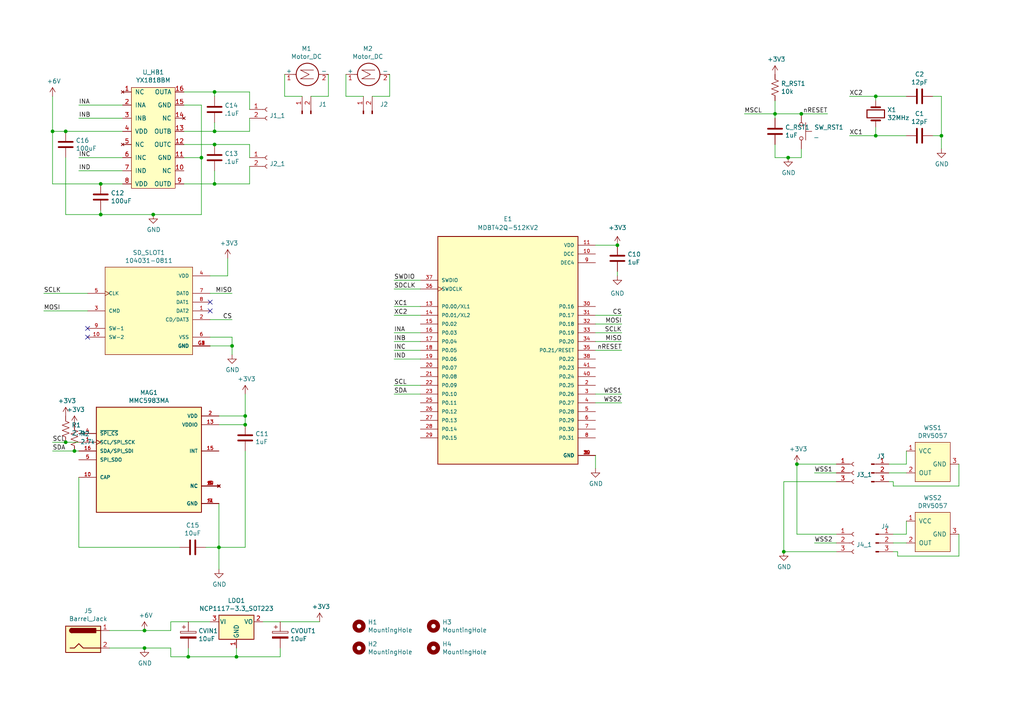
<source format=kicad_sch>
(kicad_sch (version 20211123) (generator eeschema)
  (paper "A4")
  (lib_symbols
    (symbol "104031-0811:104031-0811" (pin_names (offset 1.016))
      (property "Reference" "J" (at -12.7 13.462 0))
      (property "Value" "104031-0811" (at -12.7 -15.24 0))
      (symbol "104031-0811_0_0"
        (rectangle (start -12.7 -12.7) (end 12.7 12.7) (stroke (width 0.1524)) (fill (type background)))
        (pin bidirectional line (at 17.78 0 180) (length 5.08) (name "DAT2") (number "1"))
        (pin passive line (at -17.78 -7.62 0) (length 5.08) (name "SW-2") (number "10"))
        (pin bidirectional line (at 17.78 -2.54 180) (length 5.08) (name "CD/DAT3") (number "2"))
        (pin bidirectional line (at -17.78 0 0) (length 5.08) (name "CMD") (number "3"))
        (pin power_in line (at 17.78 10.16 180) (length 5.08) (name "VDD") (number "4"))
        (pin input clock (at -17.78 5.08 0) (length 5.08) (name "CLK") (number "5"))
        (pin power_in line (at 17.78 -7.62 180) (length 5.08) (name "VSS") (number "6"))
        (pin bidirectional line (at 17.78 5.08 180) (length 5.08) (name "DAT0") (number "7"))
        (pin bidirectional line (at 17.78 2.54 180) (length 5.08) (name "DAT1") (number "8"))
        (pin passive line (at -17.78 -5.08 0) (length 5.08) (name "SW-1") (number "9"))
        (pin power_in line (at 17.78 -10.16 180) (length 5.08) (name "GND") (number "G1"))
        (pin power_in line (at 17.78 -10.16 180) (length 5.08) (name "GND") (number "G2"))
        (pin power_in line (at 17.78 -10.16 180) (length 5.08) (name "GND") (number "G3"))
        (pin power_in line (at 17.78 -10.16 180) (length 5.08) (name "GND") (number "G4"))
      )
    )
    (symbol "Connector:Barrel_Jack" (pin_names (offset 1.016))
      (property "Reference" "J" (at 0 5.334 0))
      (property "Value" "Barrel_Jack" (at 0 -5.08 0))
      (symbol "Barrel_Jack_0_1"
        (rectangle (start -5.08 3.81) (end 5.08 -3.81) (stroke (width 0.254)) (fill (type background)))
        (arc (start -3.302 3.175) (mid -3.937 2.54) (end -3.302 1.905) (stroke (width 0.254)))
        (arc (start -3.302 3.175) (mid -3.937 2.54) (end -3.302 1.905) (stroke (width 0.254)) (fill (type outline)))
        (polyline (pts (xy 5.08 2.54) (xy 3.81 2.54)) (stroke (width 0.254)))
        (polyline (pts (xy -3.81 -2.54) (xy -2.54 -2.54) (xy -1.27 -1.27) (xy 0 -2.54) (xy 2.54 -2.54) (xy 5.08 -2.54)) (stroke (width 0.254)))
        (rectangle (start 3.683 3.175) (end -3.302 1.905) (stroke (width 0.254)) (fill (type outline)))
      )
      (symbol "Barrel_Jack_1_1"
        (pin passive line (at 7.62 2.54 180) (length 2.54) (name "~") (number "1"))
        (pin passive line (at 7.62 -2.54 180) (length 2.54) (name "~") (number "2"))
      )
    )
    (symbol "Connector:Conn_01x02_Female" (pin_names (offset 1.016) hide)
      (property "Reference" "J" (at 0 2.54 0))
      (property "Value" "Conn_01x02_Female" (at 0 -5.08 0))
      (symbol "Conn_01x02_Female_1_1"
        (arc (start 0 -2.032) (mid -0.508 -2.54) (end 0 -3.048) (stroke (width 0.1524)))
        (polyline (pts (xy -1.27 -2.54) (xy -0.508 -2.54)) (stroke (width 0.1524)))
        (polyline (pts (xy -1.27 0) (xy -0.508 0)) (stroke (width 0.1524)))
        (arc (start 0 0.508) (mid -0.508 0) (end 0 -0.508) (stroke (width 0.1524)))
        (pin passive line (at -5.08 0 0) (length 3.81) (name "Pin_1") (number "1"))
        (pin passive line (at -5.08 -2.54 0) (length 3.81) (name "Pin_2") (number "2"))
      )
    )
    (symbol "Connector:Conn_01x02_Male" (pin_names (offset 1.016) hide)
      (property "Reference" "J" (at 0 2.54 0))
      (property "Value" "Conn_01x02_Male" (at 0 -5.08 0))
      (symbol "Conn_01x02_Male_1_1"
        (polyline (pts (xy 1.27 -2.54) (xy 0.8636 -2.54)) (stroke (width 0.1524)))
        (polyline (pts (xy 1.27 0) (xy 0.8636 0)) (stroke (width 0.1524)))
        (rectangle (start 0.8636 -2.413) (end 0 -2.667) (stroke (width 0.1524)) (fill (type outline)))
        (rectangle (start 0.8636 0.127) (end 0 -0.127) (stroke (width 0.1524)) (fill (type outline)))
        (pin passive line (at 5.08 0 180) (length 3.81) (name "Pin_1") (number "1"))
        (pin passive line (at 5.08 -2.54 180) (length 3.81) (name "Pin_2") (number "2"))
      )
    )
    (symbol "Connector:Conn_01x03_Female" (pin_names (offset 1.016) hide)
      (property "Reference" "J" (at 0 5.08 0))
      (property "Value" "Conn_01x03_Female" (at 0 -5.08 0))
      (symbol "Conn_01x03_Female_1_1"
        (arc (start 0 -2.032) (mid -0.508 -2.54) (end 0 -3.048) (stroke (width 0.1524)))
        (polyline (pts (xy -1.27 -2.54) (xy -0.508 -2.54)) (stroke (width 0.1524)))
        (polyline (pts (xy -1.27 0) (xy -0.508 0)) (stroke (width 0.1524)))
        (polyline (pts (xy -1.27 2.54) (xy -0.508 2.54)) (stroke (width 0.1524)))
        (arc (start 0 0.508) (mid -0.508 0) (end 0 -0.508) (stroke (width 0.1524)))
        (arc (start 0 3.048) (mid -0.508 2.54) (end 0 2.032) (stroke (width 0.1524)))
        (pin passive line (at -5.08 2.54 0) (length 3.81) (name "Pin_1") (number "1"))
        (pin passive line (at -5.08 0 0) (length 3.81) (name "Pin_2") (number "2"))
        (pin passive line (at -5.08 -2.54 0) (length 3.81) (name "Pin_3") (number "3"))
      )
    )
    (symbol "Connector:Conn_01x03_Male" (pin_names (offset 1.016) hide)
      (property "Reference" "J" (at 0 5.08 0))
      (property "Value" "Conn_01x03_Male" (at 0 -5.08 0))
      (symbol "Conn_01x03_Male_1_1"
        (polyline (pts (xy 1.27 -2.54) (xy 0.8636 -2.54)) (stroke (width 0.1524)))
        (polyline (pts (xy 1.27 0) (xy 0.8636 0)) (stroke (width 0.1524)))
        (polyline (pts (xy 1.27 2.54) (xy 0.8636 2.54)) (stroke (width 0.1524)))
        (rectangle (start 0.8636 -2.413) (end 0 -2.667) (stroke (width 0.1524)) (fill (type outline)))
        (rectangle (start 0.8636 0.127) (end 0 -0.127) (stroke (width 0.1524)) (fill (type outline)))
        (rectangle (start 0.8636 2.667) (end 0 2.413) (stroke (width 0.1524)) (fill (type outline)))
        (pin passive line (at 5.08 2.54 180) (length 3.81) (name "Pin_1") (number "1"))
        (pin passive line (at 5.08 0 180) (length 3.81) (name "Pin_2") (number "2"))
        (pin passive line (at 5.08 -2.54 180) (length 3.81) (name "Pin_3") (number "3"))
      )
    )
    (symbol "Device:C" (pin_numbers hide) (pin_names (offset 0.254))
      (property "Reference" "C" (at 0.635 2.54 0))
      (property "Value" "C" (at 0.635 -2.54 0))
      (symbol "C_0_1"
        (polyline (pts (xy -2.032 -0.762) (xy 2.032 -0.762)) (stroke (width 0.508)))
        (polyline (pts (xy -2.032 0.762) (xy 2.032 0.762)) (stroke (width 0.508)))
      )
      (symbol "C_1_1"
        (pin passive line (at 0 3.81 270) (length 2.794) (name "~") (number "1"))
        (pin passive line (at 0 -3.81 90) (length 2.794) (name "~") (number "2"))
      )
    )
    (symbol "Device:C_Polarized" (pin_numbers hide) (pin_names (offset 0.254))
      (property "Reference" "C" (at 0.635 2.54 0))
      (property "Value" "C_Polarized" (at 0.635 -2.54 0))
      (symbol "C_Polarized_0_1"
        (rectangle (start -2.286 0.508) (end 2.286 1.016))
        (polyline (pts (xy -1.778 2.286) (xy -0.762 2.286)))
        (polyline (pts (xy -1.27 2.794) (xy -1.27 1.778)))
        (rectangle (start 2.286 -0.508) (end -2.286 -1.016) (fill (type outline)))
      )
      (symbol "C_Polarized_1_1"
        (pin passive line (at 0 3.81 270) (length 2.794) (name "~") (number "1"))
        (pin passive line (at 0 -3.81 90) (length 2.794) (name "~") (number "2"))
      )
    )
    (symbol "Device:Crystal" (pin_numbers hide) (pin_names (offset 1.016) hide)
      (property "Reference" "Y" (at 0 3.81 0))
      (property "Value" "Crystal" (at 0 -3.81 0))
      (symbol "Crystal_0_1"
        (rectangle (start -1.143 2.54) (end 1.143 -2.54) (stroke (width 0.3048)))
        (polyline (pts (xy -2.54 0) (xy -1.905 0)))
        (polyline (pts (xy -1.905 -1.27) (xy -1.905 1.27)) (stroke (width 0.508)))
        (polyline (pts (xy 1.905 -1.27) (xy 1.905 1.27)) (stroke (width 0.508)))
        (polyline (pts (xy 2.54 0) (xy 1.905 0)))
      )
      (symbol "Crystal_1_1"
        (pin passive line (at -3.81 0 0) (length 1.27) (name "1") (number "1"))
        (pin passive line (at 3.81 0 180) (length 1.27) (name "2") (number "2"))
      )
    )
    (symbol "Device:R_US" (pin_numbers hide) (pin_names (offset 0))
      (property "Reference" "R" (at 2.54 0 90))
      (property "Value" "R_US" (at -2.54 0 90))
      (symbol "R_US_0_1"
        (polyline (pts (xy 0 -2.286) (xy 0 -2.54)))
        (polyline (pts (xy 0 2.286) (xy 0 2.54)))
        (polyline (pts (xy 0 -0.762) (xy 1.016 -1.143) (xy 0 -1.524) (xy -1.016 -1.905) (xy 0 -2.286)))
        (polyline (pts (xy 0 0.762) (xy 1.016 0.381) (xy 0 0) (xy -1.016 -0.381) (xy 0 -0.762)))
        (polyline (pts (xy 0 2.286) (xy 1.016 1.905) (xy 0 1.524) (xy -1.016 1.143) (xy 0 0.762)))
      )
      (symbol "R_US_1_1"
        (pin passive line (at 0 3.81 270) (length 1.27) (name "~") (number "1"))
        (pin passive line (at 0 -3.81 90) (length 1.27) (name "~") (number "2"))
      )
    )
    (symbol "HallEffect:DRV5057" (pin_names (offset 1.016))
      (property "Reference" "U" (at 0 5.08 0))
      (property "Value" "DRV5057" (at 0 7.62 0))
      (symbol "DRV5057_0_1"
        (rectangle (start -5.08 3.81) (end 5.08 -7.62) (fill (type background)))
      )
      (symbol "DRV5057_1_1"
        (pin power_in line (at -7.62 1.27 0) (length 2.54) (name "VCC") (number "1"))
        (pin output line (at -7.62 -5.08 0) (length 2.54) (name "OUT") (number "2"))
        (pin unspecified line (at 7.62 -2.54 180) (length 2.54) (name "GND") (number "3"))
      )
    )
    (symbol "HallEffect:YX1818BM" (pin_names (offset 1.016))
      (property "Reference" "U" (at 0 0 0))
      (property "Value" "YX1818BM" (at 0 2.54 0))
      (symbol "YX1818BM_0_1"
        (rectangle (start 6.35 -1.27) (end -6.35 -30.48) (fill (type background)))
      )
      (symbol "YX1818BM_1_1"
        (pin no_connect line (at -8.89 -2.54 0) (length 2.54) (name "NC") (number "1"))
        (pin unspecified line (at 8.89 -25.4 180) (length 2.54) (name "NC") (number "10"))
        (pin unspecified line (at 8.89 -21.59 180) (length 2.54) (name "GND") (number "11"))
        (pin unspecified line (at 8.89 -17.78 180) (length 2.54) (name "OUTC") (number "12"))
        (pin unspecified line (at 8.89 -13.97 180) (length 2.54) (name "OUTB") (number "13"))
        (pin no_connect line (at 8.89 -10.16 180) (length 2.54) (name "NC") (number "14"))
        (pin unspecified line (at 8.89 -6.35 180) (length 2.54) (name "GND") (number "15"))
        (pin unspecified line (at 8.89 -2.54 180) (length 2.54) (name "OUTA") (number "16"))
        (pin unspecified line (at -8.89 -6.35 0) (length 2.54) (name "INA") (number "2"))
        (pin unspecified line (at -8.89 -10.16 0) (length 2.54) (name "INB") (number "3"))
        (pin power_in line (at -8.89 -13.97 0) (length 2.54) (name "VDD") (number "4"))
        (pin no_connect line (at -8.89 -17.78 0) (length 2.54) (name "NC") (number "5"))
        (pin unspecified line (at -8.89 -21.59 0) (length 2.54) (name "INC") (number "6"))
        (pin unspecified line (at -8.89 -25.4 0) (length 2.54) (name "IND") (number "7"))
        (pin power_in line (at -8.89 -29.21 0) (length 2.54) (name "VDD") (number "8"))
        (pin unspecified line (at 8.89 -29.21 180) (length 2.54) (name "OUTD") (number "9"))
      )
    )
    (symbol "MDBT42Q-512KV2:MDBT42Q-512KV2" (pin_names (offset 1.016))
      (property "Reference" "E" (at -20.32 34.29 0))
      (property "Value" "MDBT42Q-512KV2" (at -20.32 -35.56 0))
      (symbol "MDBT42Q-512KV2_0_0"
        (rectangle (start -20.32 -33.02) (end 20.32 33.02) (stroke (width 0.254)) (fill (type background)))
        (pin power_in line (at 25.4 -30.48 180) (length 5.08) (name "GND") (number "1"))
        (pin power_in line (at 25.4 27.94 180) (length 5.08) (name "DCC") (number "10"))
        (pin power_in line (at 25.4 30.48 180) (length 5.08) (name "VDD") (number "11"))
        (pin power_in line (at 25.4 -30.48 180) (length 5.08) (name "GND") (number "12"))
        (pin bidirectional line (at -25.4 12.7 0) (length 5.08) (name "P0.00/XL1") (number "13"))
        (pin bidirectional line (at -25.4 10.16 0) (length 5.08) (name "P0.01/XL2") (number "14"))
        (pin bidirectional line (at -25.4 7.62 0) (length 5.08) (name "P0.02") (number "15"))
        (pin bidirectional line (at -25.4 5.08 0) (length 5.08) (name "P0.03") (number "16"))
        (pin bidirectional line (at -25.4 2.54 0) (length 5.08) (name "P0.04") (number "17"))
        (pin bidirectional line (at -25.4 0 0) (length 5.08) (name "P0.05") (number "18"))
        (pin bidirectional line (at -25.4 -2.54 0) (length 5.08) (name "P0.06") (number "19"))
        (pin bidirectional line (at 25.4 -10.16 180) (length 5.08) (name "P0.25") (number "2"))
        (pin bidirectional line (at -25.4 -5.08 0) (length 5.08) (name "P0.07") (number "20"))
        (pin bidirectional line (at -25.4 -7.62 0) (length 5.08) (name "P0.08") (number "21"))
        (pin bidirectional line (at -25.4 -10.16 0) (length 5.08) (name "P0.09") (number "22"))
        (pin bidirectional line (at -25.4 -12.7 0) (length 5.08) (name "P0.10") (number "23"))
        (pin power_in line (at 25.4 -30.48 180) (length 5.08) (name "GND") (number "24"))
        (pin bidirectional line (at -25.4 -15.24 0) (length 5.08) (name "P0.11") (number "25"))
        (pin bidirectional line (at -25.4 -17.78 0) (length 5.08) (name "P0.12") (number "26"))
        (pin bidirectional line (at -25.4 -20.32 0) (length 5.08) (name "P0.13") (number "27"))
        (pin bidirectional line (at -25.4 -22.86 0) (length 5.08) (name "P0.14") (number "28"))
        (pin bidirectional line (at -25.4 -25.4 0) (length 5.08) (name "P0.15") (number "29"))
        (pin bidirectional line (at 25.4 -12.7 180) (length 5.08) (name "P0.26") (number "3"))
        (pin bidirectional line (at 25.4 12.7 180) (length 5.08) (name "P0.16") (number "30"))
        (pin bidirectional line (at 25.4 10.16 180) (length 5.08) (name "P0.17") (number "31"))
        (pin bidirectional line (at 25.4 7.62 180) (length 5.08) (name "P0.18") (number "32"))
        (pin bidirectional line (at 25.4 5.08 180) (length 5.08) (name "P0.19") (number "33"))
        (pin bidirectional line (at 25.4 2.54 180) (length 5.08) (name "P0.20") (number "34"))
        (pin bidirectional line (at 25.4 0 180) (length 5.08) (name "P0.21/RESET") (number "35"))
        (pin input clock (at -25.4 17.78 0) (length 5.08) (name "SWDCLK") (number "36"))
        (pin bidirectional line (at -25.4 20.32 0) (length 5.08) (name "SWDIO") (number "37"))
        (pin bidirectional line (at 25.4 -2.54 180) (length 5.08) (name "P0.22") (number "38"))
        (pin power_in line (at 25.4 -30.48 180) (length 5.08) (name "GND") (number "39"))
        (pin bidirectional line (at 25.4 -15.24 180) (length 5.08) (name "P0.27") (number "4"))
        (pin bidirectional line (at 25.4 -7.62 180) (length 5.08) (name "P0.24") (number "40"))
        (pin bidirectional line (at 25.4 -5.08 180) (length 5.08) (name "P0.23") (number "41"))
        (pin bidirectional line (at 25.4 -17.78 180) (length 5.08) (name "P0.28") (number "5"))
        (pin bidirectional line (at 25.4 -20.32 180) (length 5.08) (name "P0.29") (number "6"))
        (pin bidirectional line (at 25.4 -22.86 180) (length 5.08) (name "P0.30") (number "7"))
        (pin bidirectional line (at 25.4 -25.4 180) (length 5.08) (name "P0.31") (number "8"))
        (pin power_in line (at 25.4 25.4 180) (length 5.08) (name "DEC4") (number "9"))
      )
    )
    (symbol "MMC5983MA:MMC5983MA" (pin_names (offset 1.016))
      (property "Reference" "U" (at -15.24 15.24 0))
      (property "Value" "MMC5983MA" (at -15.24 -17.78 0))
      (symbol "MMC5983MA_0_0"
        (rectangle (start -15.24 -15.24) (end 15.24 15.24) (stroke (width 0.254)) (fill (type background)))
        (pin input clock (at -20.32 5.08 0) (length 5.08) (name "SCL/SPI_SCK") (number "1"))
        (pin passive line (at -20.32 -5.08 0) (length 5.08) (name "CAP") (number "10"))
        (pin power_in line (at 20.32 -12.7 180) (length 5.08) (name "GND") (number "11"))
        (pin no_connect line (at 20.32 -7.62 180) (length 5.08) (name "NC") (number "12"))
        (pin power_in line (at 20.32 10.16 180) (length 5.08) (name "VDDIO") (number "13"))
        (pin no_connect line (at 20.32 -7.62 180) (length 5.08) (name "NC") (number "14"))
        (pin output line (at 20.32 2.54 180) (length 5.08) (name "INT") (number "15"))
        (pin bidirectional line (at -20.32 2.54 0) (length 5.08) (name "SDA/SPI_SDI") (number "16"))
        (pin power_in line (at 20.32 12.7 180) (length 5.08) (name "VDD") (number "2"))
        (pin no_connect line (at 20.32 -7.62 180) (length 5.08) (name "NC") (number "3"))
        (pin input line (at -20.32 7.62 0) (length 5.08) (name "~{SPI_CS}") (number "4"))
        (pin output line (at -20.32 0 0) (length 5.08) (name "SPI_SDO") (number "5"))
        (pin no_connect line (at 20.32 -7.62 180) (length 5.08) (name "NC") (number "6"))
        (pin no_connect line (at 20.32 -7.62 180) (length 5.08) (name "NC") (number "7"))
        (pin no_connect line (at 20.32 -7.62 180) (length 5.08) (name "NC") (number "8"))
        (pin power_in line (at 20.32 -12.7 180) (length 5.08) (name "GND") (number "9"))
      )
    )
    (symbol "Mechanical:MountingHole" (pin_names (offset 1.016))
      (property "Reference" "H" (at 0 5.08 0))
      (property "Value" "MountingHole" (at 0 3.175 0))
      (symbol "MountingHole_0_1"
        (circle (center 0 0) (radius 1.27) (stroke (width 1.27)))
      )
    )
    (symbol "Motor:Motor_DC" (pin_names (offset 0))
      (property "Reference" "M" (at 2.54 2.54 0))
      (property "Value" "Motor_DC" (at 2.54 -5.08 0))
      (symbol "Motor_DC_0_0"
        (polyline (pts (xy -1.27 -3.302) (xy -1.27 0.508) (xy 0 -2.032) (xy 1.27 0.508) (xy 1.27 -3.302)))
      )
      (symbol "Motor_DC_0_1"
        (circle (center 0 -1.524) (radius 3.2512) (stroke (width 0.254)))
        (polyline (pts (xy 0 -7.62) (xy 0 -7.112)))
        (polyline (pts (xy 0 -4.7752) (xy 0 -5.1816)))
        (polyline (pts (xy 0 1.7272) (xy 0 2.0828)))
        (polyline (pts (xy 0 2.032) (xy 0 2.54)))
      )
      (symbol "Motor_DC_1_1"
        (pin passive line (at 0 5.08 270) (length 2.54) (name "+") (number "1"))
        (pin passive line (at 0 -7.62 90) (length 2.54) (name "-") (number "2"))
      )
    )
    (symbol "Regulator_Linear:NCP1117-3.3_SOT223" (pin_names (offset 0.254))
      (property "Reference" "U" (at -3.81 3.175 0))
      (property "Value" "NCP1117-3.3_SOT223" (at 0 3.175 0))
      (symbol "NCP1117-3.3_SOT223_0_1"
        (rectangle (start -5.08 -5.08) (end 5.08 1.905) (stroke (width 0.254)) (fill (type background)))
      )
      (symbol "NCP1117-3.3_SOT223_1_1"
        (pin power_in line (at 0 -7.62 90) (length 2.54) (name "GND") (number "1"))
        (pin power_out line (at 7.62 0 180) (length 2.54) (name "VO") (number "2"))
        (pin power_in line (at -7.62 0 0) (length 2.54) (name "VI") (number "3"))
      )
    )
    (symbol "RepeatRover-rescue:+3.3V-power" (power) (pin_names (offset 0))
      (property "Value" "+3.3V-power" (at 0 3.556 0))
      (symbol "+3.3V-power_0_1"
        (polyline (pts (xy -0.762 1.27) (xy 0 2.54)))
        (polyline (pts (xy 0 0) (xy 0 2.54)))
        (polyline (pts (xy 0 2.54) (xy 0.762 1.27)))
      )
      (symbol "+3.3V-power_1_1"
        (pin power_in line (at 0 0 90) (length 0) hide (name "+3V3") (number "1"))
      )
    )
    (symbol "Switch:SW_Push" (pin_numbers hide) (pin_names (offset 1.016) hide)
      (property "Reference" "SW" (at 1.27 2.54 0))
      (property "Value" "SW_Push" (at 0 -1.524 0))
      (symbol "SW_Push_0_1"
        (circle (center -2.032 0) (radius 0.508))
        (polyline (pts (xy 0 1.27) (xy 0 3.048)))
        (polyline (pts (xy 2.54 1.27) (xy -2.54 1.27)))
        (circle (center 2.032 0) (radius 0.508))
        (pin passive line (at -5.08 0 0) (length 2.54) (name "1") (number "1"))
        (pin passive line (at 5.08 0 180) (length 2.54) (name "2") (number "2"))
      )
    )
    (symbol "power:+3.3V" (power) (pin_names (offset 0))
      (property "Value" "+3.3V" (at 0 3.556 0))
      (symbol "+3.3V_0_1"
        (polyline (pts (xy -0.762 1.27) (xy 0 2.54)))
        (polyline (pts (xy 0 0) (xy 0 2.54)))
        (polyline (pts (xy 0 2.54) (xy 0.762 1.27)))
      )
      (symbol "+3.3V_1_1"
        (pin power_in line (at 0 0 90) (length 0) hide (name "+3V3") (number "1"))
      )
    )
    (symbol "power:+6V" (power) (pin_names (offset 0))
      (property "Value" "+6V" (at 0 3.556 0))
      (symbol "+6V_0_1"
        (polyline (pts (xy -0.762 1.27) (xy 0 2.54)))
        (polyline (pts (xy 0 0) (xy 0 2.54)))
        (polyline (pts (xy 0 2.54) (xy 0.762 1.27)))
      )
      (symbol "+6V_1_1"
        (pin power_in line (at 0 0 90) (length 0) hide (name "+6V") (number "1"))
      )
    )
    (symbol "power:GND" (power) (pin_names (offset 0))
      (property "Value" "GND" (at 0 -3.81 0))
      (symbol "GND_0_1"
        (polyline (pts (xy 0 0) (xy 0 -1.27) (xy 1.27 -1.27) (xy 0 -2.54) (xy -1.27 -1.27) (xy 0 -1.27)))
      )
      (symbol "GND_1_1"
        (pin power_in line (at 0 0 270) (length 0) hide (name "GND") (number "1"))
      )
    )
  )
  (junction (at 41.91 182.88))
  (junction (at 44.45 62.23))
  (junction (at 19.05 38.1))
  (junction (at 228.6 45.72))
  (junction (at 29.21 62.23))
  (junction (at 62.23 26.67))
  (junction (at 227.33 160.02))
  (junction (at 68.58 190.5))
  (junction (at 67.31 100.33))
  (junction (at 254 39.37))
  (junction (at 224.79 33.02))
  (junction (at 63.5 158.75))
  (junction (at 54.61 190.5))
  (junction (at 231.14 134.62))
  (junction (at 19.05 128.27))
  (junction (at 29.21 53.34))
  (junction (at 21.59 130.81))
  (junction (at 62.23 53.34))
  (junction (at 62.23 41.91))
  (junction (at 41.91 187.96))
  (junction (at 71.12 123.19))
  (junction (at 254 27.94))
  (junction (at 273.05 39.37))
  (junction (at 15.24 38.1))
  (junction (at 232.41 33.02))
  (junction (at 58.42 45.72))
  (junction (at 179.07 71.12))
  (junction (at 71.12 120.65))
  (junction (at 62.23 38.1))
  (no_connect (at 25.4 97.79))
  (no_connect (at 25.4 95.25))
  (no_connect (at 60.96 87.63))
  (no_connect (at 60.96 90.17))
  (wire (pts (xy 82.55 21.59) (xy 82.55 27.94)))
  (wire (pts (xy 19.05 128.27) (xy 15.24 128.27)))
  (wire (pts (xy 31.75 187.96) (xy 41.91 187.96)))
  (wire (pts (xy 22.86 128.27) (xy 19.05 128.27)))
  (wire (pts (xy 62.23 41.91) (xy 72.39 41.91)))
  (wire (pts (xy 54.61 190.5) (xy 68.58 190.5)))
  (wire (pts (xy 180.34 96.52) (xy 172.72 96.52)))
  (wire (pts (xy 270.51 27.94) (xy 273.05 27.94)))
  (wire (pts (xy 49.53 187.96) (xy 41.91 187.96)))
  (wire (pts (xy 82.55 27.94) (xy 87.63 27.94)))
  (wire (pts (xy 63.5 123.19) (xy 71.12 123.19)))
  (wire (pts (xy 71.12 120.65) (xy 71.12 114.3)))
  (wire (pts (xy 15.24 53.34) (xy 15.24 38.1)))
  (wire (pts (xy 172.72 101.6) (xy 180.34 101.6)))
  (wire (pts (xy 273.05 27.94) (xy 273.05 39.37)))
  (wire (pts (xy 81.28 190.5) (xy 81.28 187.96)))
  (wire (pts (xy 49.53 187.96) (xy 49.53 190.5)))
  (wire (pts (xy 259.08 157.48) (xy 262.89 157.48)))
  (wire (pts (xy 259.08 139.7) (xy 257.81 139.7)))
  (wire (pts (xy 62.23 35.56) (xy 62.23 38.1)))
  (wire (pts (xy 63.5 120.65) (xy 71.12 120.65)))
  (wire (pts (xy 21.59 130.81) (xy 15.24 130.81)))
  (wire (pts (xy 67.31 100.33) (xy 67.31 102.87)))
  (wire (pts (xy 224.79 45.72) (xy 228.6 45.72)))
  (wire (pts (xy 76.2 180.34) (xy 92.71 180.34)))
  (wire (pts (xy 227.33 139.7) (xy 242.57 139.7)))
  (wire (pts (xy 121.92 114.3) (xy 114.3 114.3)))
  (wire (pts (xy 53.34 26.67) (xy 62.23 26.67)))
  (wire (pts (xy 62.23 26.67) (xy 72.39 26.67)))
  (wire (pts (xy 54.61 187.96) (xy 54.61 190.5)))
  (wire (pts (xy 62.23 38.1) (xy 72.39 38.1)))
  (wire (pts (xy 72.39 34.29) (xy 72.39 38.1)))
  (wire (pts (xy 71.12 123.19) (xy 71.12 120.65)))
  (wire (pts (xy 224.79 29.21) (xy 224.79 33.02)))
  (wire (pts (xy 172.72 71.12) (xy 179.07 71.12)))
  (wire (pts (xy 254 27.94) (xy 262.89 27.94)))
  (wire (pts (xy 62.23 53.34) (xy 72.39 53.34)))
  (wire (pts (xy 121.92 101.6) (xy 114.3 101.6)))
  (wire (pts (xy 49.53 190.5) (xy 54.61 190.5)))
  (wire (pts (xy 215.9 33.02) (xy 224.79 33.02)))
  (wire (pts (xy 35.56 30.48) (xy 22.86 30.48)))
  (wire (pts (xy 35.56 49.53) (xy 22.86 49.53)))
  (wire (pts (xy 180.34 91.44) (xy 172.72 91.44)))
  (wire (pts (xy 35.56 34.29) (xy 22.86 34.29)))
  (wire (pts (xy 262.89 154.94) (xy 259.08 154.94)))
  (wire (pts (xy 262.89 151.13) (xy 262.89 154.94)))
  (wire (pts (xy 60.96 97.79) (xy 67.31 97.79)))
  (wire (pts (xy 260.35 160.02) (xy 259.08 160.02)))
  (wire (pts (xy 231.14 134.62) (xy 242.57 134.62)))
  (wire (pts (xy 273.05 39.37) (xy 273.05 43.18)))
  (wire (pts (xy 254 27.94) (xy 246.38 27.94)))
  (wire (pts (xy 72.39 53.34) (xy 72.39 48.26)))
  (wire (pts (xy 242.57 137.16) (xy 236.22 137.16)))
  (wire (pts (xy 95.25 21.59) (xy 95.25 27.94)))
  (wire (pts (xy 260.35 161.29) (xy 260.35 160.02)))
  (wire (pts (xy 180.34 99.06) (xy 172.72 99.06)))
  (wire (pts (xy 59.69 158.75) (xy 63.5 158.75)))
  (wire (pts (xy 227.33 160.02) (xy 242.57 160.02)))
  (wire (pts (xy 19.05 62.23) (xy 29.21 62.23)))
  (wire (pts (xy 72.39 26.67) (xy 72.39 31.75)))
  (wire (pts (xy 259.08 140.97) (xy 259.08 139.7)))
  (wire (pts (xy 62.23 49.53) (xy 62.23 53.34)))
  (wire (pts (xy 19.05 45.72) (xy 19.05 62.23)))
  (wire (pts (xy 232.41 33.02) (xy 240.03 33.02)))
  (wire (pts (xy 53.34 38.1) (xy 62.23 38.1)))
  (wire (pts (xy 67.31 97.79) (xy 67.31 100.33)))
  (wire (pts (xy 273.05 39.37) (xy 270.51 39.37)))
  (wire (pts (xy 100.33 27.94) (xy 105.41 27.94)))
  (wire (pts (xy 121.92 96.52) (xy 114.3 96.52)))
  (wire (pts (xy 114.3 83.82) (xy 121.92 83.82)))
  (wire (pts (xy 278.13 134.62) (xy 278.13 140.97)))
  (wire (pts (xy 278.13 140.97) (xy 259.08 140.97)))
  (wire (pts (xy 12.7 90.17) (xy 25.4 90.17)))
  (wire (pts (xy 227.33 139.7) (xy 227.33 160.02)))
  (wire (pts (xy 71.12 130.81) (xy 71.12 158.75)))
  (wire (pts (xy 53.34 30.48) (xy 58.42 30.48)))
  (wire (pts (xy 113.03 21.59) (xy 113.03 27.94)))
  (wire (pts (xy 58.42 45.72) (xy 58.42 62.23)))
  (wire (pts (xy 224.79 41.91) (xy 224.79 45.72)))
  (wire (pts (xy 58.42 30.48) (xy 58.42 45.72)))
  (wire (pts (xy 22.86 138.43) (xy 22.86 158.75)))
  (wire (pts (xy 121.92 99.06) (xy 114.3 99.06)))
  (wire (pts (xy 15.24 38.1) (xy 19.05 38.1)))
  (wire (pts (xy 63.5 146.05) (xy 63.5 158.75)))
  (wire (pts (xy 62.23 27.94) (xy 62.23 26.67)))
  (wire (pts (xy 29.21 62.23) (xy 29.21 60.96)))
  (wire (pts (xy 121.92 104.14) (xy 114.3 104.14)))
  (wire (pts (xy 224.79 34.29) (xy 224.79 33.02)))
  (wire (pts (xy 60.96 92.71) (xy 67.31 92.71)))
  (wire (pts (xy 231.14 154.94) (xy 242.57 154.94)))
  (wire (pts (xy 232.41 45.72) (xy 232.41 43.18)))
  (wire (pts (xy 254 39.37) (xy 262.89 39.37)))
  (wire (pts (xy 228.6 45.72) (xy 232.41 45.72)))
  (wire (pts (xy 15.24 38.1) (xy 15.24 27.94)))
  (wire (pts (xy 35.56 45.72) (xy 22.86 45.72)))
  (wire (pts (xy 179.07 80.01) (xy 179.07 78.74)))
  (wire (pts (xy 254 39.37) (xy 246.38 39.37)))
  (wire (pts (xy 22.86 158.75) (xy 52.07 158.75)))
  (wire (pts (xy 172.72 116.84) (xy 180.34 116.84)))
  (wire (pts (xy 262.89 134.62) (xy 257.81 134.62)))
  (wire (pts (xy 254 36.83) (xy 254 39.37)))
  (wire (pts (xy 44.45 62.23) (xy 29.21 62.23)))
  (wire (pts (xy 53.34 41.91) (xy 62.23 41.91)))
  (wire (pts (xy 41.91 182.88) (xy 49.53 182.88)))
  (wire (pts (xy 232.41 33.02) (xy 224.79 33.02)))
  (wire (pts (xy 278.13 154.94) (xy 278.13 161.29)))
  (wire (pts (xy 35.56 53.34) (xy 29.21 53.34)))
  (wire (pts (xy 100.33 21.59) (xy 100.33 27.94)))
  (wire (pts (xy 29.21 53.34) (xy 15.24 53.34)))
  (wire (pts (xy 31.75 182.88) (xy 41.91 182.88)))
  (wire (pts (xy 262.89 130.81) (xy 262.89 134.62)))
  (wire (pts (xy 121.92 91.44) (xy 114.3 91.44)))
  (wire (pts (xy 68.58 190.5) (xy 81.28 190.5)))
  (wire (pts (xy 22.86 130.81) (xy 21.59 130.81)))
  (wire (pts (xy 172.72 114.3) (xy 180.34 114.3)))
  (wire (pts (xy 242.57 157.48) (xy 236.22 157.48)))
  (wire (pts (xy 113.03 27.94) (xy 107.95 27.94)))
  (wire (pts (xy 60.96 80.01) (xy 66.04 80.01)))
  (wire (pts (xy 63.5 158.75) (xy 63.5 165.1)))
  (wire (pts (xy 66.04 80.01) (xy 66.04 74.93)))
  (wire (pts (xy 121.92 111.76) (xy 114.3 111.76)))
  (wire (pts (xy 121.92 81.28) (xy 114.3 81.28)))
  (wire (pts (xy 67.31 100.33) (xy 60.96 100.33)))
  (wire (pts (xy 19.05 38.1) (xy 35.56 38.1)))
  (wire (pts (xy 95.25 27.94) (xy 90.17 27.94)))
  (wire (pts (xy 12.7 85.09) (xy 25.4 85.09)))
  (wire (pts (xy 49.53 182.88) (xy 49.53 180.34)))
  (wire (pts (xy 68.58 187.96) (xy 68.58 190.5)))
  (wire (pts (xy 71.12 158.75) (xy 63.5 158.75)))
  (wire (pts (xy 254 29.21) (xy 254 27.94)))
  (wire (pts (xy 72.39 41.91) (xy 72.39 45.72)))
  (wire (pts (xy 262.89 137.16) (xy 257.81 137.16)))
  (wire (pts (xy 172.72 132.08) (xy 172.72 135.89)))
  (wire (pts (xy 49.53 180.34) (xy 60.96 180.34)))
  (wire (pts (xy 180.34 93.98) (xy 172.72 93.98)))
  (wire (pts (xy 278.13 161.29) (xy 260.35 161.29)))
  (wire (pts (xy 60.96 85.09) (xy 67.31 85.09)))
  (wire (pts (xy 231.14 154.94) (xy 231.14 134.62)))
  (wire (pts (xy 58.42 62.23) (xy 44.45 62.23)))
  (wire (pts (xy 121.92 88.9) (xy 114.3 88.9)))
  (wire (pts (xy 53.34 53.34) (xy 62.23 53.34)))
  (wire (pts (xy 53.34 45.72) (xy 58.42 45.72)))
  (label "MOSI" (at 180.34 93.98 180))
  (label "SDA" (at 114.3 114.3 0))
  (label "SCL" (at 114.3 111.76 0))
  (label "SWDIO" (at 114.3 81.28 0))
  (label "WSS2" (at 236.22 157.48 0))
  (label "INB" (at 114.3 99.06 0))
  (label "nRESET" (at 180.34 101.6 180))
  (label "CS" (at 180.34 91.44 180))
  (label "WSS1" (at 180.34 114.3 180))
  (label "INC" (at 114.3 101.6 0))
  (label "INA" (at 114.3 96.52 0))
  (label "XC1" (at 246.38 39.37 0))
  (label "INB" (at 22.86 34.29 0))
  (label "SCL" (at 15.24 128.27 0))
  (label "nRESET" (at 240.03 33.02 180))
  (label "SCLK" (at 12.7 85.09 0))
  (label "WSS2" (at 180.34 116.84 180))
  (label "XC2" (at 246.38 27.94 0))
  (label "IND" (at 114.3 104.14 0))
  (label "XC1" (at 114.3 88.9 0))
  (label "IND" (at 22.86 49.53 0))
  (label "SDA" (at 15.24 130.81 0))
  (label "CS" (at 67.31 92.71 180))
  (label "MISO" (at 180.34 99.06 180))
  (label "SDCLK" (at 114.3 83.82 0))
  (label "SCLK" (at 180.34 96.52 180))
  (label "MOSI" (at 12.7 90.17 0))
  (label "INC" (at 22.86 45.72 0))
  (label "XC2" (at 114.3 91.44 0))
  (label "INA" (at 22.86 30.48 0))
  (label "WSS1" (at 236.22 137.16 0))
  (label "MISO" (at 67.31 85.09 180))
  (label "MSCL" (at 215.9 33.02 0))
  (symbol (lib_id "MMC5983MA:MMC5983MA") (at 43.18 133.35 0) (unit 1)
    (property "Reference" "MAG1" (at 43.18 113.8682 0))
    (property "Value" "MMC5983MA" (at 43.18 116.1796 0))
    (property "Footprint" "MMC5983MA:PQFN50P300X300X100-16N" (effects hide))
    (property "PARTREV" "A" (effects hide))
    (property "MAXIMUM_PACKAGE_HEIGHT" "1.00 mm" (effects hide))
    (property "STANDARD" "IPC 7351B" (effects hide))
    (property "MANUFACTURER" "Memsic Inc." (effects hide))
  )
  (symbol (lib_id "104031-0811:104031-0811") (at 43.18 90.17 0) (unit 1)
    (property "Reference" "SD_SLOT1" (at 43.18 73.279 0))
    (property "Value" "104031-0811" (at 43.18 75.5904 0))
    (property "Footprint" "104031-0811:MOLEX_104031-0811" (effects hide))
    (property "MANUFACTURER" "Molex" (effects hide))
    (property "PARTREV" "B2" (effects hide))
    (property "STANDARD" "Manufacturer Recommendations" (effects hide))
    (property "MAXIMUM_PACKAGE_HEIGHT" "1.57mm" (effects hide))
  )
  (symbol (lib_id "power:GND") (at 63.5 165.1 0) (unit 1)
    (property "Reference" "#PWR0103" (effects hide))
    (property "Value" "GND" (at 63.627 169.4942 0))
  )
  (symbol (lib_id "Device:C") (at 71.12 127 180) (unit 1)
    (property "Reference" "C11" (at 74.041 125.8316 0) (effects (justify right)))
    (property "Value" "1uF" (at 74.041 128.143 0) (effects (justify right)))
    (property "Footprint" "Capacitor_SMD:C_0805_2012Metric_Pad1.18x1.45mm_HandSolder" (effects hide))
  )
  (symbol (lib_id "Device:C") (at 55.88 158.75 270) (unit 1)
    (property "Reference" "C15" (at 55.88 152.3492 90))
    (property "Value" "10uF" (at 55.88 154.6606 90))
    (property "Footprint" "Capacitor_SMD:C_0805_2012Metric_Pad1.18x1.45mm_HandSolder" (effects hide))
  )
  (symbol (lib_id "power:GND") (at 67.31 102.87 0) (unit 1)
    (property "Reference" "#PWR0104" (effects hide))
    (property "Value" "GND" (at 67.437 107.2642 0))
  )
  (symbol (lib_id "RepeatRover-rescue:+3.3V-power") (at 66.04 74.93 0) (unit 1)
    (property "Reference" "#PWR0101" (effects hide))
    (property "Value" "+3.3V" (at 66.421 70.5358 0))
  )
  (symbol (lib_id "HallEffect:DRV5057") (at 270.51 132.08 0) (unit 1)
    (property "Reference" "WSS1" (at 270.51 124.079 0))
    (property "Value" "DRV5057" (at 270.51 126.3904 0))
  )
  (symbol (lib_id "HallEffect:DRV5057") (at 270.51 152.4 0) (unit 1)
    (property "Reference" "WSS2" (at 270.51 144.399 0))
    (property "Value" "DRV5057" (at 270.51 146.7104 0))
  )
  (symbol (lib_id "HallEffect:YX1818BM") (at 44.45 24.13 0) (unit 1)
    (property "Reference" "U_HB1" (at 44.45 20.955 0))
    (property "Value" "YX1818BM" (at 44.45 23.2664 0))
    (property "Footprint" "Package_SO:SOP-16_4.55x10.3mm_P1.27mm" (effects hide))
  )
  (symbol (lib_id "Motor:Motor_DC") (at 87.63 21.59 90) (unit 1)
    (property "Reference" "M1" (at 88.9 14.097 90))
    (property "Value" "Motor_DC" (at 88.9 16.4084 90))
  )
  (symbol (lib_id "Motor:Motor_DC") (at 105.41 21.59 90) (unit 1)
    (property "Reference" "M2" (at 106.68 14.097 90))
    (property "Value" "Motor_DC" (at 106.68 16.4084 90))
  )
  (symbol (lib_id "power:+6V") (at 15.24 27.94 0) (unit 1)
    (property "Reference" "#PWR0105" (effects hide))
    (property "Value" "+6V" (at 15.621 23.5458 0))
  )
  (symbol (lib_id "Device:C") (at 29.21 57.15 180) (unit 1)
    (property "Reference" "C12" (at 32.131 55.9816 0) (effects (justify right)))
    (property "Value" "100uF" (at 32.131 58.293 0) (effects (justify right)))
    (property "Footprint" "Capacitor_SMD:C_0805_2012Metric_Pad1.18x1.45mm_HandSolder" (effects hide))
  )
  (symbol (lib_id "Device:C") (at 62.23 45.72 180) (unit 1)
    (property "Reference" "C13" (at 65.151 44.5516 0) (effects (justify right)))
    (property "Value" ".1uF" (at 65.151 46.863 0) (effects (justify right)))
    (property "Footprint" "Capacitor_SMD:C_0805_2012Metric_Pad1.18x1.45mm_HandSolder" (effects hide))
  )
  (symbol (lib_id "Device:C") (at 62.23 31.75 180) (unit 1)
    (property "Reference" "C14" (at 65.151 30.5816 0) (effects (justify right)))
    (property "Value" ".1uF" (at 65.151 32.893 0) (effects (justify right)))
    (property "Footprint" "Capacitor_SMD:C_0805_2012Metric_Pad1.18x1.45mm_HandSolder" (effects hide))
  )
  (symbol (lib_id "power:GND") (at 44.45 62.23 0) (unit 1)
    (property "Reference" "#PWR0106" (effects hide))
    (property "Value" "GND" (at 44.577 66.6242 0))
  )
  (symbol (lib_id "Switch:SW_Push") (at 232.41 38.1 270) (unit 1)
    (property "Reference" "SW_RST1" (at 236.1692 36.9316 90) (effects (justify left)))
    (property "Value" "_" (at 236.1692 39.243 90) (effects (justify left)))
    (property "Footprint" "Button_Switch_THT:SW_PUSH_6mm" (effects hide))
  )
  (symbol (lib_id "Device:C") (at 224.79 38.1 0) (unit 1)
    (property "Reference" "C_RST1" (at 227.711 36.9316 0) (effects (justify left)))
    (property "Value" "1uF" (at 227.711 39.243 0) (effects (justify left)))
    (property "Footprint" "Capacitor_SMD:C_0805_2012Metric_Pad1.18x1.45mm_HandSolder" (effects hide))
  )
  (symbol (lib_id "Device:R_US") (at 19.05 124.46 0) (unit 1)
    (property "Reference" "R1" (at 20.7772 123.2916 0) (effects (justify left)))
    (property "Value" "2.7k" (at 20.7772 125.603 0) (effects (justify left)))
    (property "Footprint" "Resistor_SMD:R_0805_2012Metric_Pad1.20x1.40mm_HandSolder" (effects hide))
  )
  (symbol (lib_id "Device:R_US") (at 21.59 127 0) (unit 1)
    (property "Reference" "R2" (at 23.3172 125.8316 0) (effects (justify left)))
    (property "Value" "2.7k" (at 23.3172 128.143 0) (effects (justify left)))
    (property "Footprint" "Resistor_SMD:R_0805_2012Metric_Pad1.20x1.40mm_HandSolder" (effects hide))
  )
  (symbol (lib_id "power:+3.3V") (at 19.05 120.65 0) (unit 1)
    (property "Reference" "#PWR0117" (effects hide))
    (property "Value" "+3.3V" (at 19.431 116.2558 0))
  )
  (symbol (lib_id "power:+3.3V") (at 21.59 123.19 0) (unit 1)
    (property "Reference" "#PWR0118" (effects hide))
    (property "Value" "+3.3V" (at 21.971 118.7958 0))
  )
  (symbol (lib_id "Device:R_US") (at 224.79 25.4 0) (unit 1)
    (property "Reference" "R_RST1" (at 226.5172 24.2316 0) (effects (justify left)))
    (property "Value" "10k" (at 226.5172 26.543 0) (effects (justify left)))
    (property "Footprint" "Resistor_SMD:R_0805_2012Metric_Pad1.20x1.40mm_HandSolder" (effects hide))
  )
  (symbol (lib_id "power:GND") (at 228.6 45.72 0) (unit 1)
    (property "Reference" "#PWR0119" (effects hide))
    (property "Value" "GND" (at 228.727 50.1142 0))
  )
  (symbol (lib_id "power:+3.3V") (at 224.79 21.59 0) (unit 1)
    (property "Reference" "#PWR0120" (effects hide))
    (property "Value" "+3.3V" (at 225.171 17.1958 0))
  )
  (symbol (lib_id "power:+6V") (at 41.91 182.88 0) (unit 1)
    (property "Reference" "#PWR0121" (effects hide))
    (property "Value" "+6V" (at 42.291 178.4858 0))
  )
  (symbol (lib_id "Connector:Barrel_Jack") (at 24.13 185.42 0) (unit 1)
    (property "Reference" "J5" (at 25.5778 177.165 0))
    (property "Value" "Barrel_Jack" (at 25.5778 179.4764 0))
    (property "Footprint" "Connector_BarrelJack:BarrelJack_CUI_PJ-102AH_Horizontal" (effects hide))
  )
  (symbol (lib_id "power:GND") (at 41.91 187.96 0) (unit 1)
    (property "Reference" "#PWR0122" (effects hide))
    (property "Value" "GND" (at 42.037 192.3542 0))
  )
  (symbol (lib_id "Regulator_Linear:NCP1117-3.3_SOT223") (at 68.58 180.34 0) (unit 1)
    (property "Reference" "LDO1" (at 68.58 174.1932 0))
    (property "Value" "NCP1117-3.3_SOT223" (at 68.58 176.5046 0))
    (property "Footprint" "Package_TO_SOT_SMD:SOT-223-3_TabPin2" (effects hide))
    (property "Datasheet" "http://www.onsemi.com/pub_link/Collateral/NCP1117-D.PDF" (effects hide))
  )
  (symbol (lib_id "Device:C_Polarized") (at 54.61 184.15 0) (unit 1)
    (property "Reference" "CVIN1" (at 57.531 182.9816 0) (effects (justify left)))
    (property "Value" "10uF" (at 57.531 185.293 0) (effects (justify left)))
    (property "Footprint" "Capacitor_SMD:CP_Elec_5x5.7" (effects hide))
  )
  (symbol (lib_id "Device:C_Polarized") (at 81.28 184.15 0) (unit 1)
    (property "Reference" "CVOUT1" (at 84.201 182.9816 0) (effects (justify left)))
    (property "Value" "10uF" (at 84.201 185.293 0) (effects (justify left)))
    (property "Footprint" "Capacitor_SMD:CP_Elec_5x5.7" (effects hide))
  )
  (symbol (lib_id "power:GND") (at 172.72 135.89 0) (unit 1)
    (property "Reference" "#PWR0107" (effects hide))
    (property "Value" "GND" (at 172.847 140.2842 0))
  )
  (symbol (lib_id "power:+3.3V") (at 92.71 180.34 0) (unit 1)
    (property "Reference" "#PWR0123" (effects hide))
    (property "Value" "+3.3V" (at 93.091 175.9458 0))
  )
  (symbol (lib_id "Device:C") (at 266.7 39.37 90) (unit 1)
    (property "Reference" "C1" (at 266.7 32.9692 90))
    (property "Value" "12pF" (at 266.7 35.2806 90))
    (property "Footprint" "Capacitor_SMD:C_0805_2012Metric_Pad1.18x1.45mm_HandSolder" (effects hide))
  )
  (symbol (lib_id "Device:C") (at 266.7 27.94 90) (unit 1)
    (property "Reference" "C2" (at 266.7 21.5392 90))
    (property "Value" "12pF" (at 266.7 23.8506 90))
    (property "Footprint" "Capacitor_SMD:C_0805_2012Metric_Pad1.18x1.45mm_HandSolder" (effects hide))
  )
  (symbol (lib_id "Device:Crystal") (at 254 33.02 90) (unit 1)
    (property "Reference" "X1" (at 257.3274 31.8516 90) (effects (justify right)))
    (property "Value" "32MHz" (at 257.3274 34.163 90) (effects (justify right)))
    (property "Footprint" "Hall Effect Footprint:OSC_XRCGB32M000FXH2CR0" (effects hide))
  )
  (symbol (lib_id "Device:C") (at 19.05 41.91 180) (unit 1)
    (property "Reference" "C16" (at 21.971 40.7416 0) (effects (justify right)))
    (property "Value" "100uF" (at 21.971 43.053 0) (effects (justify right)))
    (property "Footprint" "Capacitor_SMD:C_0805_2012Metric_Pad1.18x1.45mm_HandSolder" (effects hide))
  )
  (symbol (lib_id "power:GND") (at 273.05 43.18 0) (unit 1)
    (property "Reference" "#PWR0110" (effects hide))
    (property "Value" "GND" (at 273.177 47.5742 0))
  )
  (symbol (lib_id "Mechanical:MountingHole") (at 104.14 181.61 0) (unit 1)
    (property "Reference" "H1" (at 106.68 180.4416 0) (effects (justify left)))
    (property "Value" "MountingHole" (at 106.68 182.753 0) (effects (justify left)))
    (property "Footprint" "MountingHole:MountingHole_3.2mm_M3" (effects hide))
  )
  (symbol (lib_id "Mechanical:MountingHole") (at 104.14 187.96 0) (unit 1)
    (property "Reference" "H2" (at 106.68 186.7916 0) (effects (justify left)))
    (property "Value" "MountingHole" (at 106.68 189.103 0) (effects (justify left)))
    (property "Footprint" "MountingHole:MountingHole_3.2mm_M3" (effects hide))
  )
  (symbol (lib_id "Mechanical:MountingHole") (at 125.73 181.61 0) (unit 1)
    (property "Reference" "H3" (at 128.27 180.4416 0) (effects (justify left)))
    (property "Value" "MountingHole" (at 128.27 182.753 0) (effects (justify left)))
    (property "Footprint" "MountingHole:MountingHole_3.2mm_M3" (effects hide))
  )
  (symbol (lib_id "Mechanical:MountingHole") (at 125.73 187.96 0) (unit 1)
    (property "Reference" "H4" (at 128.27 186.7916 0) (effects (justify left)))
    (property "Value" "MountingHole" (at 128.27 189.103 0) (effects (justify left)))
    (property "Footprint" "MountingHole:MountingHole_3.2mm_M3" (effects hide))
  )
  (symbol (lib_id "Device:C") (at 179.07 74.93 0) (unit 1)
    (property "Reference" "C10" (at 181.991 73.7616 0) (effects (justify left)))
    (property "Value" "1uF" (at 181.991 76.073 0) (effects (justify left)))
    (property "Footprint" "Capacitor_SMD:C_0805_2012Metric_Pad1.18x1.45mm_HandSolder" (effects hide))
  )
  (symbol (lib_id "Connector:Conn_01x02_Female") (at 77.47 31.75 0) (unit 1)
    (property "Reference" "J1_1" (at 78.1812 33.528 0) (effects (justify left)))
    (property "Value" "Conn_01x02_Female" (effects hide))
    (property "Footprint" "Connector_PinSocket_2.54mm:PinSocket_1x02_P2.54mm_Vertical" (effects hide))
  )
  (symbol (lib_id "Connector:Conn_01x02_Female") (at 77.47 45.72 0) (unit 1)
    (property "Reference" "J2_1" (at 78.1812 47.498 0) (effects (justify left)))
    (property "Value" "Conn_01x02_Female" (effects hide))
    (property "Footprint" "Connector_PinSocket_2.54mm:PinSocket_1x02_P2.54mm_Vertical" (effects hide))
  )
  (symbol (lib_id "Connector:Conn_01x02_Male") (at 87.63 33.02 90) (unit 1)
    (property "Reference" "J1" (at 92.4052 30.2768 90) (effects (justify right)))
    (property "Value" "Conn_01x02_Male" (effects hide))
  )
  (symbol (lib_id "Connector:Conn_01x02_Male") (at 105.41 33.02 90) (unit 1)
    (property "Reference" "J2" (at 110.1852 30.2768 90) (effects (justify right)))
    (property "Value" "Conn_01x02_Male" (effects hide))
  )
  (symbol (lib_id "Connector:Conn_01x03_Female") (at 247.65 137.16 0) (unit 1)
    (property "Reference" "J3_1" (at 248.3612 137.668 0) (effects (justify left)))
    (property "Value" "Conn_01x03_Female" (effects hide))
    (property "Footprint" "Connector_PinSocket_2.54mm:PinSocket_1x03_P2.54mm_Vertical" (effects hide))
  )
  (symbol (lib_id "Connector:Conn_01x03_Female") (at 247.65 157.48 0) (unit 1)
    (property "Reference" "J4_1" (at 248.3612 157.988 0) (effects (justify left)))
    (property "Value" "Conn_01x03_Female" (effects hide))
    (property "Footprint" "Connector_PinSocket_2.54mm:PinSocket_1x03_P2.54mm_Vertical" (effects hide))
  )
  (symbol (lib_id "Connector:Conn_01x03_Male") (at 252.73 137.16 0) (unit 1)
    (property "Reference" "J3" (at 255.4732 132.3594 0))
    (property "Value" "Conn_01x03_Male" (effects hide))
  )
  (symbol (lib_id "Connector:Conn_01x03_Male") (at 254 157.48 0) (unit 1)
    (property "Reference" "J4" (at 256.7432 152.6794 0))
    (property "Value" "Conn_01x03_Male" (effects hide))
  )
  (symbol (lib_id "power:+3.3V") (at 71.12 114.3 0) (unit 1)
    (property "Reference" "#PWR0102" (effects hide))
    (property "Value" "+3.3V" (at 71.501 109.9058 0))
  )
  (symbol (lib_id "power:GND") (at 227.33 160.02 0) (unit 1)
    (property "Reference" "#PWR0115" (effects hide))
    (property "Value" "GND" (at 227.457 164.4142 0))
  )
  (symbol (lib_id "power:+3.3V") (at 231.14 134.62 0) (unit 1)
    (property "Reference" "#PWR0116" (effects hide))
    (property "Value" "+3.3V" (at 231.521 130.2258 0))
  )
  (symbol (lib_id "MDBT42Q-512KV2:MDBT42Q-512KV2") (at 147.32 101.6 0) (unit 1)
    (property "Reference" "E1" (at 147.32 63.5 0))
    (property "Value" "MDBT42Q-512KV2" (at 147.32 66.04 0))
    (property "Footprint" "MDBT42Q-512KV2:RAYTAC_MDBT42Q-512KV2" (effects hide))
    (property "STANDARD" "Manufacturer Recommendations" (effects hide))
    (property "MANUFACTURER" "Raytac" (effects hide))
    (property "MAXIMUM_PACKAGE_HEIGHT" "2.2mm" (effects hide))
    (property "PARTREV" "J" (effects hide))
  )
  (symbol (lib_id "power:+3.3V") (at 179.07 71.12 0) (unit 1)
    (property "Reference" "#PWR0109" (effects hide))
    (property "Value" "+3.3V" (at 179.07 66.04 0))
  )
  (symbol (lib_id "power:GND") (at 179.07 80.01 0) (unit 1)
    (property "Reference" "#PWR0108" (effects hide))
    (property "Value" "GND" (at 179.07 85.09 0))
  )
)
</source>
